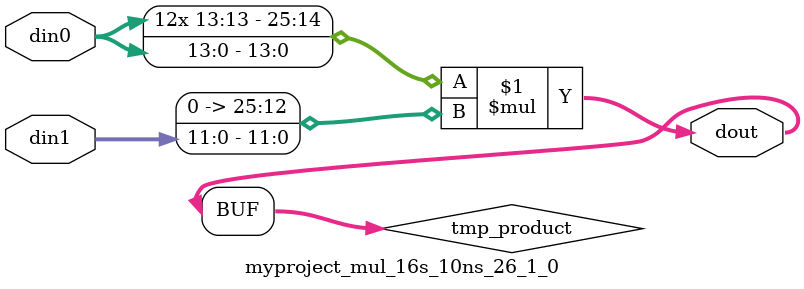
<source format=v>

`timescale 1 ns / 1 ps

  module myproject_mul_16s_10ns_26_1_0(din0, din1, dout);
parameter ID = 1;
parameter NUM_STAGE = 0;
parameter din0_WIDTH = 14;
parameter din1_WIDTH = 12;
parameter dout_WIDTH = 26;

input [din0_WIDTH - 1 : 0] din0; 
input [din1_WIDTH - 1 : 0] din1; 
output [dout_WIDTH - 1 : 0] dout;

wire signed [dout_WIDTH - 1 : 0] tmp_product;












assign tmp_product = $signed(din0) * $signed({1'b0, din1});









assign dout = tmp_product;







endmodule

</source>
